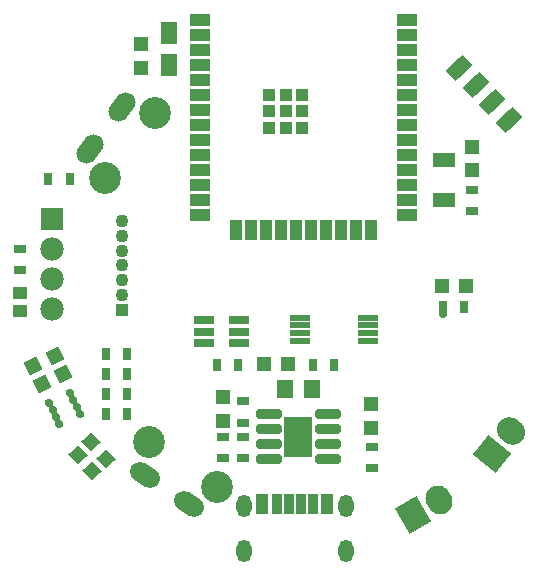
<source format=gts>
G04*
G04 #@! TF.GenerationSoftware,Altium Limited,Altium Designer,21.2.1 (34)*
G04*
G04 Layer_Color=8388736*
%FSTAX24Y24*%
%MOIN*%
G70*
G04*
G04 #@! TF.SameCoordinates,69041C72-035C-4FA9-9E98-1EB6260ED9D6*
G04*
G04*
G04 #@! TF.FilePolarity,Negative*
G04*
G01*
G75*
%ADD39R,0.0434X0.0316*%
%ADD40R,0.0474X0.0474*%
%ADD41R,0.0316X0.0434*%
G04:AMPARAMS|DCode=42|XSize=48mil|YSize=78mil|CornerRadius=0mil|HoleSize=0mil|Usage=FLASHONLY|Rotation=134.000|XOffset=0mil|YOffset=0mil|HoleType=Round|Shape=Rectangle|*
%AMROTATEDRECTD42*
4,1,4,0.0447,0.0098,-0.0114,-0.0444,-0.0447,-0.0098,0.0114,0.0444,0.0447,0.0098,0.0*
%
%ADD42ROTATEDRECTD42*%

%ADD43P,0.0670X4X160.0*%
%ADD44R,0.0434X0.0671*%
%ADD45R,0.0671X0.0434*%
G04:AMPARAMS|DCode=46|XSize=27.3mil|YSize=25.7mil|CornerRadius=6.2mil|HoleSize=0mil|Usage=FLASHONLY|Rotation=25.000|XOffset=0mil|YOffset=0mil|HoleType=Round|Shape=RoundedRectangle|*
%AMROUNDEDRECTD46*
21,1,0.0273,0.0133,0,0,25.0*
21,1,0.0149,0.0257,0,0,25.0*
1,1,0.0124,0.0095,-0.0029*
1,1,0.0124,-0.0039,-0.0092*
1,1,0.0124,-0.0095,0.0029*
1,1,0.0124,0.0039,0.0092*
%
%ADD46ROUNDEDRECTD46*%
%ADD47R,0.0462X0.0442*%
%ADD48R,0.0474X0.0474*%
%ADD49R,0.0694X0.0241*%
G04:AMPARAMS|DCode=50|XSize=44.2mil|YSize=46.2mil|CornerRadius=0mil|HoleSize=0mil|Usage=FLASHONLY|Rotation=43.000|XOffset=0mil|YOffset=0mil|HoleType=Round|Shape=Rectangle|*
%AMROTATEDRECTD50*
4,1,4,-0.0004,-0.0320,-0.0319,0.0018,0.0004,0.0320,0.0319,-0.0018,-0.0004,-0.0320,0.0*
%
%ADD50ROTATEDRECTD50*%

%ADD51R,0.0580X0.0630*%
%ADD52R,0.0671X0.0316*%
%ADD53R,0.0980X0.1380*%
G04:AMPARAMS|DCode=54|XSize=85.6mil|YSize=31.6mil|CornerRadius=7mil|HoleSize=0mil|Usage=FLASHONLY|Rotation=180.000|XOffset=0mil|YOffset=0mil|HoleType=Round|Shape=RoundedRectangle|*
%AMROUNDEDRECTD54*
21,1,0.0856,0.0177,0,0,180.0*
21,1,0.0717,0.0316,0,0,180.0*
1,1,0.0139,-0.0358,0.0089*
1,1,0.0139,0.0358,0.0089*
1,1,0.0139,0.0358,-0.0089*
1,1,0.0139,-0.0358,-0.0089*
%
%ADD54ROUNDEDRECTD54*%
%ADD55R,0.0395X0.0671*%
%ADD56R,0.0379X0.0671*%
%ADD57R,0.0356X0.0671*%
%ADD58R,0.0434X0.0434*%
G04:AMPARAMS|DCode=59|XSize=75.3mil|YSize=56.4mil|CornerRadius=10.1mil|HoleSize=0mil|Usage=FLASHONLY|Rotation=90.000|XOffset=0mil|YOffset=0mil|HoleType=Round|Shape=RoundedRectangle|*
%AMROUNDEDRECTD59*
21,1,0.0753,0.0363,0,0,90.0*
21,1,0.0552,0.0564,0,0,90.0*
1,1,0.0201,0.0182,0.0276*
1,1,0.0201,0.0182,-0.0276*
1,1,0.0201,-0.0182,-0.0276*
1,1,0.0201,-0.0182,0.0276*
%
%ADD59ROUNDEDRECTD59*%
%ADD60R,0.0749X0.0474*%
%ADD61C,0.1064*%
G04:AMPARAMS|DCode=62|XSize=106.4mil|YSize=67.1mil|CornerRadius=0mil|HoleSize=0mil|Usage=FLASHONLY|Rotation=327.000|XOffset=0mil|YOffset=0mil|HoleType=Round|Shape=Round|*
%AMOVALD62*
21,1,0.0394,0.0671,0.0000,0.0000,327.0*
1,1,0.0671,-0.0165,0.0107*
1,1,0.0671,0.0165,-0.0107*
%
%ADD62OVALD62*%

G04:AMPARAMS|DCode=63|XSize=83mil|YSize=98mil|CornerRadius=0mil|HoleSize=0mil|Usage=FLASHONLY|Rotation=30.000|XOffset=0mil|YOffset=0mil|HoleType=Round|Shape=Round|*
%AMOVALD63*
21,1,0.0150,0.0830,0.0000,0.0000,120.0*
1,1,0.0830,0.0038,-0.0065*
1,1,0.0830,-0.0038,0.0065*
%
%ADD63OVALD63*%

G04:AMPARAMS|DCode=64|XSize=83mil|YSize=98mil|CornerRadius=0mil|HoleSize=0mil|Usage=FLASHONLY|Rotation=30.000|XOffset=0mil|YOffset=0mil|HoleType=Round|Shape=Rectangle|*
%AMROTATEDRECTD64*
4,1,4,-0.0114,-0.0632,-0.0604,0.0217,0.0114,0.0632,0.0604,-0.0217,-0.0114,-0.0632,0.0*
%
%ADD64ROTATEDRECTD64*%

%ADD65C,0.0434*%
%ADD66C,0.0780*%
%ADD67R,0.0780X0.0780*%
G04:AMPARAMS|DCode=68|XSize=83mil|YSize=98mil|CornerRadius=0mil|HoleSize=0mil|Usage=FLASHONLY|Rotation=51.000|XOffset=0mil|YOffset=0mil|HoleType=Round|Shape=Rectangle|*
%AMROTATEDRECTD68*
4,1,4,0.0120,-0.0631,-0.0642,-0.0014,-0.0120,0.0631,0.0642,0.0014,0.0120,-0.0631,0.0*
%
%ADD68ROTATEDRECTD68*%

G04:AMPARAMS|DCode=69|XSize=83mil|YSize=98mil|CornerRadius=0mil|HoleSize=0mil|Usage=FLASHONLY|Rotation=51.000|XOffset=0mil|YOffset=0mil|HoleType=Round|Shape=Round|*
%AMOVALD69*
21,1,0.0150,0.0830,0.0000,0.0000,141.0*
1,1,0.0830,0.0058,-0.0047*
1,1,0.0830,-0.0058,0.0047*
%
%ADD69OVALD69*%

%ADD70O,0.0513X0.0749*%
G04:AMPARAMS|DCode=71|XSize=106.4mil|YSize=67.1mil|CornerRadius=0mil|HoleSize=0mil|Usage=FLASHONLY|Rotation=233.000|XOffset=0mil|YOffset=0mil|HoleType=Round|Shape=Round|*
%AMOVALD71*
21,1,0.0394,0.0671,0.0000,0.0000,233.0*
1,1,0.0671,0.0118,0.0157*
1,1,0.0671,-0.0118,-0.0157*
%
%ADD71OVALD71*%

%ADD72R,0.0434X0.0434*%
%ADD73C,0.0280*%
D39*
X009134Y00649D02*
D03*
X009134Y007205D02*
D03*
X001693Y011579D02*
D03*
X001693Y012294D02*
D03*
X008465Y005304D02*
D03*
X008465Y006019D02*
D03*
X009134Y005304D02*
D03*
X009134Y006019D02*
D03*
X013425Y00568D02*
D03*
X013425Y004965D02*
D03*
X016772Y014248D02*
D03*
X016772Y013533D02*
D03*
D40*
X008475Y006549D02*
D03*
Y007339D02*
D03*
X013415Y006322D02*
D03*
Y007112D02*
D03*
X005719Y018321D02*
D03*
Y019111D02*
D03*
X016782Y014896D02*
D03*
Y015686D02*
D03*
D41*
X004556Y006772D02*
D03*
X005271Y006772D02*
D03*
X004556Y00811D02*
D03*
Y007441D02*
D03*
X005271Y00878D02*
D03*
X004556Y008779D02*
D03*
X005271Y00811D02*
D03*
Y007441D02*
D03*
X016507Y010354D02*
D03*
X015792Y010354D02*
D03*
X012176Y008425D02*
D03*
X011461Y008425D02*
D03*
X008257Y008425D02*
D03*
X008972Y008425D02*
D03*
X002642Y014626D02*
D03*
X003357Y014626D02*
D03*
D42*
X017997Y01659D02*
D03*
X017441Y017165D02*
D03*
X016885Y017741D02*
D03*
X016329Y018316D02*
D03*
D43*
X002139Y008392D02*
D03*
X002855Y008726D02*
D03*
X003135Y008122D02*
D03*
X002419Y007789D02*
D03*
D44*
X012894Y012913D02*
D03*
X008894D02*
D03*
X009394D02*
D03*
X009894D02*
D03*
X010394D02*
D03*
X010894D02*
D03*
X013394D02*
D03*
X012394D02*
D03*
X011894D02*
D03*
X011394D02*
D03*
D45*
X007699Y013906D02*
D03*
X014589Y017406D02*
D03*
Y018906D02*
D03*
Y019906D02*
D03*
Y019406D02*
D03*
Y018406D02*
D03*
Y017906D02*
D03*
Y016906D02*
D03*
Y016406D02*
D03*
Y015906D02*
D03*
Y015406D02*
D03*
Y014906D02*
D03*
Y014406D02*
D03*
Y013906D02*
D03*
Y013406D02*
D03*
X007699Y019906D02*
D03*
Y019406D02*
D03*
Y018906D02*
D03*
Y018406D02*
D03*
Y017906D02*
D03*
Y017406D02*
D03*
Y016906D02*
D03*
Y016406D02*
D03*
Y015906D02*
D03*
Y015406D02*
D03*
Y014906D02*
D03*
Y014406D02*
D03*
Y013406D02*
D03*
D46*
X003589Y007014D02*
D03*
X003697Y006782D02*
D03*
X003005Y006459D02*
D03*
X002681Y007155D02*
D03*
X002789Y006923D02*
D03*
X002897Y006691D02*
D03*
X003373Y007478D02*
D03*
X003481Y007246D02*
D03*
D47*
X001693Y010207D02*
D03*
Y010817D02*
D03*
D48*
X016552Y011053D02*
D03*
X015762D02*
D03*
X009833Y008435D02*
D03*
X010623D02*
D03*
D49*
X013299Y00999D02*
D03*
Y009734D02*
D03*
Y009478D02*
D03*
Y009222D02*
D03*
X011032D02*
D03*
Y009478D02*
D03*
Y009734D02*
D03*
Y00999D02*
D03*
D50*
X003635Y005422D02*
D03*
X004081Y005838D02*
D03*
X004108Y004871D02*
D03*
X004554Y005287D02*
D03*
D51*
X011434Y007598D02*
D03*
X010534D02*
D03*
D52*
X007835Y009528D02*
D03*
X009016Y009154D02*
D03*
Y009528D02*
D03*
Y009902D02*
D03*
X007835D02*
D03*
Y009154D02*
D03*
D53*
X010984Y006024D02*
D03*
D54*
X01001Y005274D02*
D03*
Y005774D02*
D03*
Y006274D02*
D03*
Y006774D02*
D03*
X011959D02*
D03*
Y006274D02*
D03*
Y005774D02*
D03*
Y005274D02*
D03*
D55*
X011949Y003765D02*
D03*
X009783D02*
D03*
D56*
X011465D02*
D03*
X010268D02*
D03*
D57*
X010669D02*
D03*
X011063D02*
D03*
D58*
X011104Y016315D02*
D03*
X010002D02*
D03*
X010553D02*
D03*
X011104Y017417D02*
D03*
X010002D02*
D03*
X010553D02*
D03*
X011104Y016866D02*
D03*
X010002D02*
D03*
X010553D02*
D03*
D59*
X006654Y019468D02*
D03*
Y018406D02*
D03*
D60*
X015827Y015236D02*
D03*
Y013898D02*
D03*
D61*
X005995Y005832D02*
D03*
X008273Y004352D02*
D03*
X006186Y016809D02*
D03*
X004551Y01464D02*
D03*
D62*
X007341Y003784D02*
D03*
X005855Y004749D02*
D03*
D63*
X015669Y003898D02*
D03*
D64*
X014803Y003398D02*
D03*
D65*
X005118Y011732D02*
D03*
Y01124D02*
D03*
Y013209D02*
D03*
Y012717D02*
D03*
Y010748D02*
D03*
Y012224D02*
D03*
D66*
X002756Y010283D02*
D03*
Y011283D02*
D03*
Y012283D02*
D03*
D67*
Y013283D02*
D03*
D68*
X017441Y005433D02*
D03*
D69*
X01807Y00621D02*
D03*
D70*
X012567Y003706D02*
D03*
X009165D02*
D03*
X012567Y00221D02*
D03*
X009165Y00221D02*
D03*
D71*
X00405Y01561D02*
D03*
X005116Y017024D02*
D03*
D72*
X005118Y010256D02*
D03*
D73*
X015787Y010118D02*
D03*
M02*

</source>
